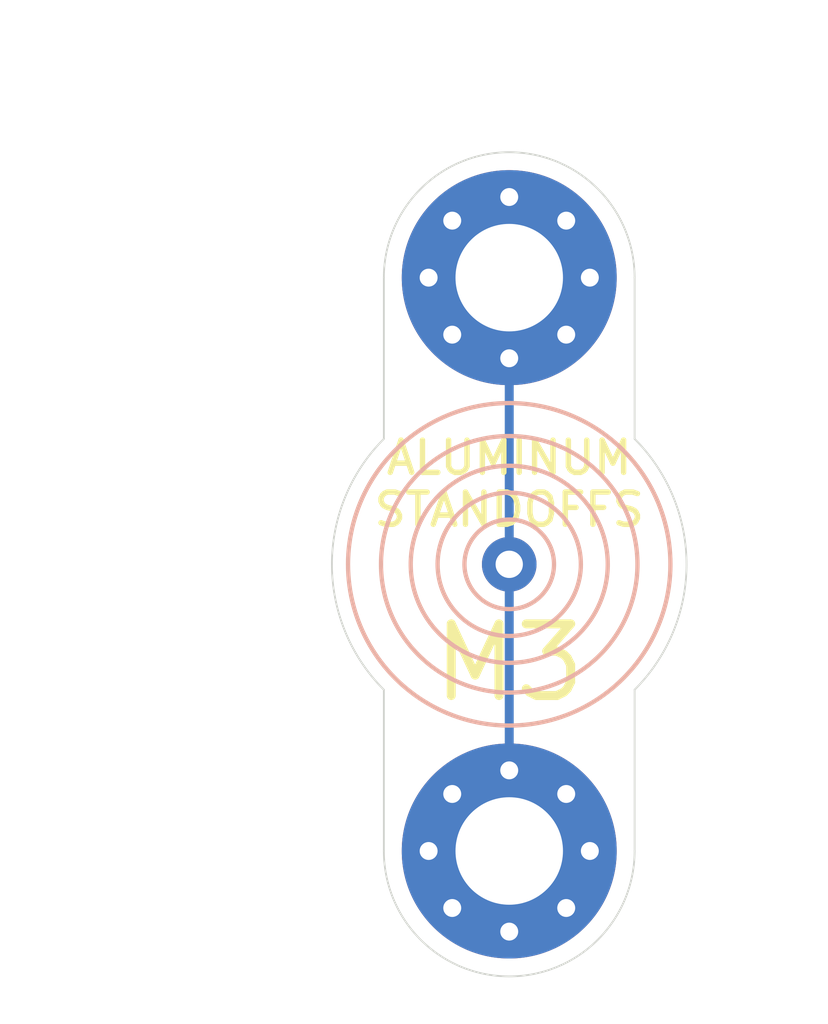
<source format=kicad_pcb>
(kicad_pcb (version 20171130) (host pcbnew "(5.1.6)-1")

  (general
    (thickness 1.6)
    (drawings 13)
    (tracks 2)
    (zones 0)
    (modules 3)
    (nets 2)
  )

  (page A4)
  (layers
    (0 F.Cu signal)
    (31 B.Cu signal)
    (32 B.Adhes user)
    (33 F.Adhes user)
    (34 B.Paste user)
    (35 F.Paste user)
    (36 B.SilkS user)
    (37 F.SilkS user)
    (38 B.Mask user)
    (39 F.Mask user)
    (40 Dwgs.User user)
    (41 Cmts.User user)
    (42 Eco1.User user)
    (43 Eco2.User user)
    (44 Edge.Cuts user)
    (45 Margin user)
    (46 B.CrtYd user)
    (47 F.CrtYd user)
    (48 B.Fab user)
    (49 F.Fab user)
  )

  (setup
    (last_trace_width 0.25)
    (trace_clearance 0.2)
    (zone_clearance 0.508)
    (zone_45_only no)
    (trace_min 0.2)
    (via_size 0.8)
    (via_drill 0.4)
    (via_min_size 0.4)
    (via_min_drill 0.3)
    (uvia_size 0.3)
    (uvia_drill 0.1)
    (uvias_allowed no)
    (uvia_min_size 0.2)
    (uvia_min_drill 0.1)
    (edge_width 0.05)
    (segment_width 0.2)
    (pcb_text_width 0.3)
    (pcb_text_size 1.5 1.5)
    (mod_edge_width 0.12)
    (mod_text_size 1 1)
    (mod_text_width 0.15)
    (pad_size 1.524 1.524)
    (pad_drill 0.762)
    (pad_to_mask_clearance 0.05)
    (aux_axis_origin 0 0)
    (visible_elements FFFFFF7F)
    (pcbplotparams
      (layerselection 0x010fc_ffffffff)
      (usegerberextensions false)
      (usegerberattributes true)
      (usegerberadvancedattributes true)
      (creategerberjobfile true)
      (excludeedgelayer true)
      (linewidth 0.100000)
      (plotframeref false)
      (viasonmask false)
      (mode 1)
      (useauxorigin false)
      (hpglpennumber 1)
      (hpglpenspeed 20)
      (hpglpendiameter 15.000000)
      (psnegative false)
      (psa4output false)
      (plotreference true)
      (plotvalue true)
      (plotinvisibletext false)
      (padsonsilk false)
      (subtractmaskfromsilk false)
      (outputformat 1)
      (mirror false)
      (drillshape 1)
      (scaleselection 1)
      (outputdirectory ""))
  )

  (net 0 "")
  (net 1 "Net-(H1-Pad1)")

  (net_class Default "This is the default net class."
    (clearance 0.2)
    (trace_width 0.25)
    (via_dia 0.8)
    (via_drill 0.4)
    (uvia_dia 0.3)
    (uvia_drill 0.1)
    (add_net "Net-(H1-Pad1)")
  )

  (module "NiCd Battery Tester:KEYSTONE_240" (layer B.Cu) (tedit 6086F581) (tstamp 60C04352)
    (at 158 92.25)
    (path /60BFE7EF)
    (fp_text reference J1 (at 0 5.25) (layer B.SilkS) hide
      (effects (font (size 1 1) (thickness 0.15)) (justify mirror))
    )
    (fp_text value "KEYSTONE 240" (at 0 5.25) (layer B.Fab)
      (effects (font (size 1 1) (thickness 0.15)) (justify mirror))
    )
    (fp_circle (center 0 0) (end 1.25 0) (layer B.SilkS) (width 0.12))
    (fp_circle (center 0 0) (end 2 0) (layer B.SilkS) (width 0.12))
    (fp_circle (center 0 0) (end 2.75 0) (layer B.SilkS) (width 0.12))
    (fp_circle (center 0 0) (end 3.5 0.75) (layer B.SilkS) (width 0.12))
    (fp_circle (center 0 0) (end 4.5 0) (layer B.SilkS) (width 0.12))
    (pad 1 thru_hole circle (at 0 0) (size 1.524 1.524) (drill 0.762) (layers *.Cu *.Mask)
      (net 1 "Net-(H1-Pad1)"))
    (model "${KIPRJMOD}/3D Models/keystone-PN240.STEP"
      (at (xyz 0 0 0))
      (scale (xyz 1 1 1))
      (rotate (xyz 0 0 0))
    )
  )

  (module MountingHole:MountingHole_3mm_Pad_Via (layer F.Cu) (tedit 56DDBED4) (tstamp 60C04348)
    (at 158 84.25)
    (descr "Mounting Hole 3mm")
    (tags "mounting hole 3mm")
    (path /60BFEFCC)
    (attr virtual)
    (fp_text reference H2 (at 0 -4) (layer F.SilkS) hide
      (effects (font (size 1 1) (thickness 0.15)))
    )
    (fp_text value M3 (at 0 4) (layer F.Fab)
      (effects (font (size 1 1) (thickness 0.15)))
    )
    (fp_text user %R (at 0.3 0) (layer F.Fab)
      (effects (font (size 1 1) (thickness 0.15)))
    )
    (fp_circle (center 0 0) (end 3 0) (layer Cmts.User) (width 0.15))
    (fp_circle (center 0 0) (end 3.25 0) (layer F.CrtYd) (width 0.05))
    (pad 1 thru_hole circle (at 1.59099 -1.59099) (size 0.8 0.8) (drill 0.5) (layers *.Cu *.Mask)
      (net 1 "Net-(H1-Pad1)"))
    (pad 1 thru_hole circle (at 0 -2.25) (size 0.8 0.8) (drill 0.5) (layers *.Cu *.Mask)
      (net 1 "Net-(H1-Pad1)"))
    (pad 1 thru_hole circle (at -1.59099 -1.59099) (size 0.8 0.8) (drill 0.5) (layers *.Cu *.Mask)
      (net 1 "Net-(H1-Pad1)"))
    (pad 1 thru_hole circle (at -2.25 0) (size 0.8 0.8) (drill 0.5) (layers *.Cu *.Mask)
      (net 1 "Net-(H1-Pad1)"))
    (pad 1 thru_hole circle (at -1.59099 1.59099) (size 0.8 0.8) (drill 0.5) (layers *.Cu *.Mask)
      (net 1 "Net-(H1-Pad1)"))
    (pad 1 thru_hole circle (at 0 2.25) (size 0.8 0.8) (drill 0.5) (layers *.Cu *.Mask)
      (net 1 "Net-(H1-Pad1)"))
    (pad 1 thru_hole circle (at 1.59099 1.59099) (size 0.8 0.8) (drill 0.5) (layers *.Cu *.Mask)
      (net 1 "Net-(H1-Pad1)"))
    (pad 1 thru_hole circle (at 2.25 0) (size 0.8 0.8) (drill 0.5) (layers *.Cu *.Mask)
      (net 1 "Net-(H1-Pad1)"))
    (pad 1 thru_hole circle (at 0 0) (size 6 6) (drill 3) (layers *.Cu *.Mask)
      (net 1 "Net-(H1-Pad1)"))
  )

  (module MountingHole:MountingHole_3mm_Pad_Via (layer F.Cu) (tedit 56DDBED4) (tstamp 60C0451E)
    (at 158 100.25)
    (descr "Mounting Hole 3mm")
    (tags "mounting hole 3mm")
    (path /60BFFBBF)
    (attr virtual)
    (fp_text reference H1 (at 0 -4) (layer F.SilkS) hide
      (effects (font (size 1 1) (thickness 0.15)))
    )
    (fp_text value M3 (at 0 4) (layer F.Fab)
      (effects (font (size 1 1) (thickness 0.15)))
    )
    (fp_text user %R (at 0.3 0) (layer F.Fab)
      (effects (font (size 1 1) (thickness 0.15)))
    )
    (fp_circle (center 0 0) (end 3 0) (layer Cmts.User) (width 0.15))
    (fp_circle (center 0 0) (end 3.25 0) (layer F.CrtYd) (width 0.05))
    (pad 1 thru_hole circle (at 1.59099 -1.59099) (size 0.8 0.8) (drill 0.5) (layers *.Cu *.Mask)
      (net 1 "Net-(H1-Pad1)"))
    (pad 1 thru_hole circle (at 0 -2.25) (size 0.8 0.8) (drill 0.5) (layers *.Cu *.Mask)
      (net 1 "Net-(H1-Pad1)"))
    (pad 1 thru_hole circle (at -1.59099 -1.59099) (size 0.8 0.8) (drill 0.5) (layers *.Cu *.Mask)
      (net 1 "Net-(H1-Pad1)"))
    (pad 1 thru_hole circle (at -2.25 0) (size 0.8 0.8) (drill 0.5) (layers *.Cu *.Mask)
      (net 1 "Net-(H1-Pad1)"))
    (pad 1 thru_hole circle (at -1.59099 1.59099) (size 0.8 0.8) (drill 0.5) (layers *.Cu *.Mask)
      (net 1 "Net-(H1-Pad1)"))
    (pad 1 thru_hole circle (at 0 2.25) (size 0.8 0.8) (drill 0.5) (layers *.Cu *.Mask)
      (net 1 "Net-(H1-Pad1)"))
    (pad 1 thru_hole circle (at 1.59099 1.59099) (size 0.8 0.8) (drill 0.5) (layers *.Cu *.Mask)
      (net 1 "Net-(H1-Pad1)"))
    (pad 1 thru_hole circle (at 2.25 0) (size 0.8 0.8) (drill 0.5) (layers *.Cu *.Mask)
      (net 1 "Net-(H1-Pad1)"))
    (pad 1 thru_hole circle (at 0 0) (size 6 6) (drill 3) (layers *.Cu *.Mask)
      (net 1 "Net-(H1-Pad1)"))
  )

  (dimension 10 (width 0.15) (layer Dwgs.User)
    (gr_text "10.000 mm" (at 158 77.2) (layer Dwgs.User)
      (effects (font (size 1 1) (thickness 0.15)))
    )
    (feature1 (pts (xy 163 92.25) (xy 163 77.913579)))
    (feature2 (pts (xy 153 92.25) (xy 153 77.913579)))
    (crossbar (pts (xy 153 78.5) (xy 163 78.5)))
    (arrow1a (pts (xy 163 78.5) (xy 161.873496 79.086421)))
    (arrow1b (pts (xy 163 78.5) (xy 161.873496 77.913579)))
    (arrow2a (pts (xy 153 78.5) (xy 154.126504 79.086421)))
    (arrow2b (pts (xy 153 78.5) (xy 154.126504 77.913579)))
  )
  (dimension 16 (width 0.15) (layer Dwgs.User)
    (gr_text "16.000 mm" (at 147.45 92.25 90) (layer Dwgs.User)
      (effects (font (size 1 1) (thickness 0.15)))
    )
    (feature1 (pts (xy 158 84.25) (xy 148.163579 84.25)))
    (feature2 (pts (xy 158 100.25) (xy 148.163579 100.25)))
    (crossbar (pts (xy 148.75 100.25) (xy 148.75 84.25)))
    (arrow1a (pts (xy 148.75 84.25) (xy 149.336421 85.376504)))
    (arrow1b (pts (xy 148.75 84.25) (xy 148.163579 85.376504)))
    (arrow2a (pts (xy 148.75 100.25) (xy 149.336421 99.123496)))
    (arrow2b (pts (xy 148.75 100.25) (xy 148.163579 99.123496)))
  )
  (gr_text M3 (at 158 95) (layer F.SilkS)
    (effects (font (size 2 2) (thickness 0.25)))
  )
  (gr_text "ALUMINUM\nSTANDOFFS" (at 158 90) (layer F.SilkS)
    (effects (font (size 0.9 0.9) (thickness 0.15)))
  )
  (gr_arc (start 158 92.25) (end 161.499999 95.749999) (angle -90) (layer Edge.Cuts) (width 0.05))
  (gr_arc (start 158 92.25) (end 154.500001 88.750001) (angle -90) (layer Edge.Cuts) (width 0.05))
  (gr_line (start 154.5 84.25) (end 154.5 88.75) (layer Edge.Cuts) (width 0.05))
  (gr_line (start 161.5 84.25) (end 161.5 88.75) (layer Edge.Cuts) (width 0.05))
  (gr_line (start 161.5 100.25) (end 161.5 95.75) (layer Edge.Cuts) (width 0.05))
  (gr_line (start 154.5 100.25) (end 154.5 95.75) (layer Edge.Cuts) (width 0.05))
  (dimension 23 (width 0.15) (layer Dwgs.User)
    (gr_text "23.000 mm" (at 165.55 92.25 90) (layer Dwgs.User)
      (effects (font (size 1 1) (thickness 0.15)))
    )
    (feature1 (pts (xy 158 80.75) (xy 164.836421 80.75)))
    (feature2 (pts (xy 158 103.75) (xy 164.836421 103.75)))
    (crossbar (pts (xy 164.25 103.75) (xy 164.25 80.75)))
    (arrow1a (pts (xy 164.25 80.75) (xy 164.836421 81.876504)))
    (arrow1b (pts (xy 164.25 80.75) (xy 163.663579 81.876504)))
    (arrow2a (pts (xy 164.25 103.75) (xy 164.836421 102.623496)))
    (arrow2b (pts (xy 164.25 103.75) (xy 163.663579 102.623496)))
  )
  (gr_arc (start 158 100.25) (end 154.5 100.25) (angle -180) (layer Edge.Cuts) (width 0.05))
  (gr_arc (start 158 84.25) (end 161.5 84.25) (angle -180) (layer Edge.Cuts) (width 0.05))

  (segment (start 158 100.25) (end 158 92.25) (width 0.25) (layer B.Cu) (net 1))
  (segment (start 158 92.25) (end 158 84.25) (width 0.25) (layer B.Cu) (net 1))

)

</source>
